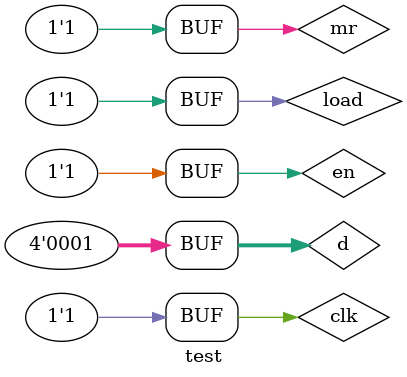
<source format=v>
`timescale 1ns / 1ps


module test;

	// Inputs
	reg mr;
	reg load;
	reg en;
	reg clk;
	reg [3:0] d;

	// Outputs
	wire [3:0] q;
	wire co;

	// Instantiate the Unit Under Test (UUT)
	shiyan_11 uut (
		.mr(mr), 
		.load(load), 
		.en(en), 
		.clk(clk), 
		.q(q), 
		.d(d), 
		.co(co)
	);

	initial begin
		// Initialize Inputs
		mr = 0;
		load = 1;
		en = 1;
		clk = 1;
		d = 1;

		// Wait 100 ns for global reset to finish
		#100;
        
		// Add stimulus here
      mr = 1;
		load = 0;
		en = 1;
		clk = 1;
		d = 1;
		
		#100;
		mr = 1;
		load = 1;
		en = 0;
		clk = 1;
		d = 1;
		
		#100;
		mr = 1;
		load = 1;
		en = 1;
		clk = 0;
		d = 1;
		
		#100;
		mr = 1;
		load = 1;
		en = 1;
		clk = 1;
		d = 1;
		
		#100;
		mr = 1;
		load = 1;
		en = 1;
		clk = 0;
		d = 1;
		
		#100;
		mr = 1;
		load = 1;
		en = 1;
		clk = 1;
		d = 1;
	end
      
endmodule


</source>
